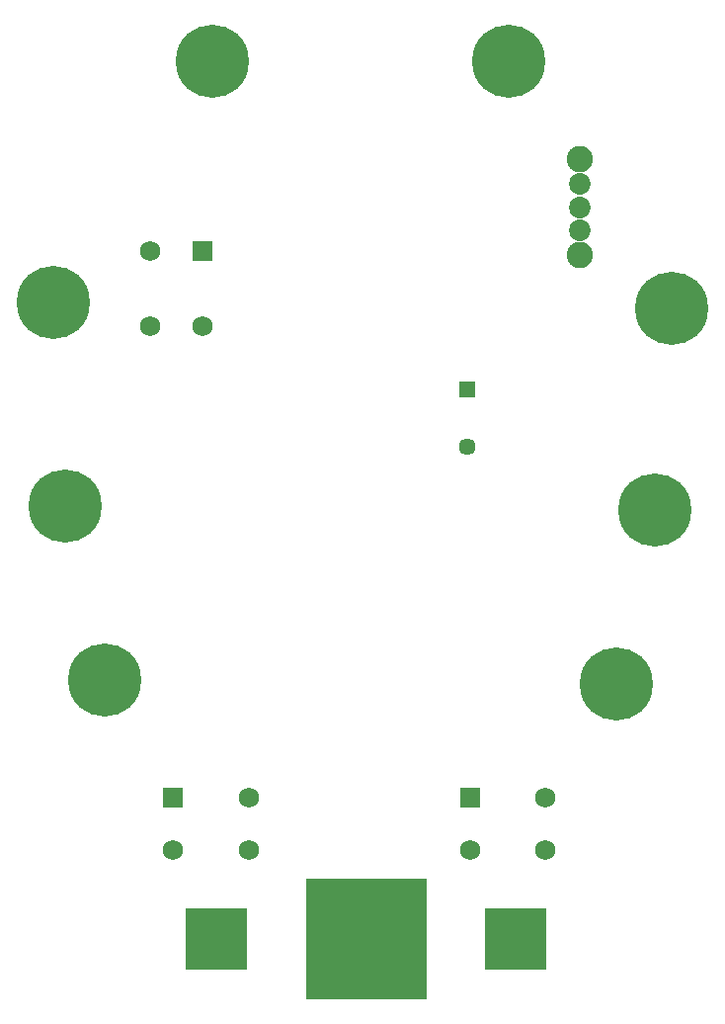
<source format=gbr>
%FSLAX23Y23*%
%MOIN*%
G04 EasyPC Gerber Version 17.0 Build 3379 *
%ADD88R,0.05700X0.05700*%
%ADD27R,0.06900X0.06900*%
%ADD89C,0.05700*%
%ADD28C,0.06900*%
%ADD90C,0.07299*%
%ADD91C,0.08874*%
%ADD109C,0.24622*%
%ADD112R,0.20685X0.20685*%
%ADD111R,0.21000X0.21000*%
%ADD110R,0.41000X0.41000*%
X0Y0D02*
D02*
D27*
X656Y842D03*
X755Y2688D03*
X1657Y842D03*
D02*
D28*
X578Y2433D03*
Y2688D03*
X656Y665D03*
X755Y2433D03*
X913Y665D03*
Y842D03*
X1657Y665D03*
X1913D03*
Y842D03*
D02*
D88*
X1649Y2220D03*
D02*
D89*
Y2028D03*
D02*
D90*
X2028Y2755D03*
Y2834D03*
Y2913D03*
D02*
D91*
Y2672D03*
Y2995D03*
D02*
D109*
X253Y2513D03*
X293Y1828D03*
X425Y1240D03*
X788Y3328D03*
X1788D03*
X2150Y1228D03*
X2283Y1813D03*
X2338Y2492D03*
D02*
D110*
X1308Y367D03*
D02*
D111*
X1813D03*
D02*
D112*
X803D03*
X0Y0D02*
M02*

</source>
